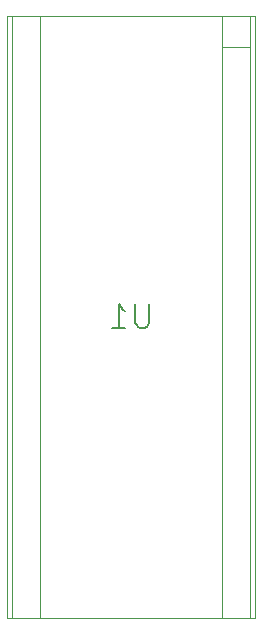
<source format=gbr>
%TF.GenerationSoftware,KiCad,Pcbnew,(6.0.4)*%
%TF.CreationDate,2023-07-03T21:21:24-07:00*%
%TF.ProjectId,299_RadioConfig,3239395f-5261-4646-996f-436f6e666967,rev?*%
%TF.SameCoordinates,Original*%
%TF.FileFunction,Legend,Bot*%
%TF.FilePolarity,Positive*%
%FSLAX46Y46*%
G04 Gerber Fmt 4.6, Leading zero omitted, Abs format (unit mm)*
G04 Created by KiCad (PCBNEW (6.0.4)) date 2023-07-03 21:21:24*
%MOMM*%
%LPD*%
G01*
G04 APERTURE LIST*
%ADD10C,0.150000*%
%ADD11C,0.120000*%
G04 APERTURE END LIST*
D10*
%TO.C,U1*%
X169163809Y-77934761D02*
X169163809Y-79553809D01*
X169068571Y-79744285D01*
X168973333Y-79839523D01*
X168782857Y-79934761D01*
X168401904Y-79934761D01*
X168211428Y-79839523D01*
X168116190Y-79744285D01*
X168020952Y-79553809D01*
X168020952Y-77934761D01*
X166020952Y-79934761D02*
X167163809Y-79934761D01*
X166592380Y-79934761D02*
X166592380Y-77934761D01*
X166782857Y-78220476D01*
X166973333Y-78410952D01*
X167163809Y-78506190D01*
D11*
X159940000Y-53530000D02*
X159940000Y-104530000D01*
X175340000Y-53530000D02*
X175340000Y-104530000D01*
X157540000Y-53530000D02*
X157540000Y-104530000D01*
X177740000Y-56130000D02*
X175340000Y-56130000D01*
X177740000Y-53530000D02*
X177740000Y-104530000D01*
X178140000Y-53530000D02*
X157140000Y-53530000D01*
X157140000Y-53530000D02*
X157140000Y-104530000D01*
X157140000Y-104530000D02*
X178140000Y-104530000D01*
X178140000Y-104530000D02*
X178140000Y-53530000D01*
%TD*%
M02*

</source>
